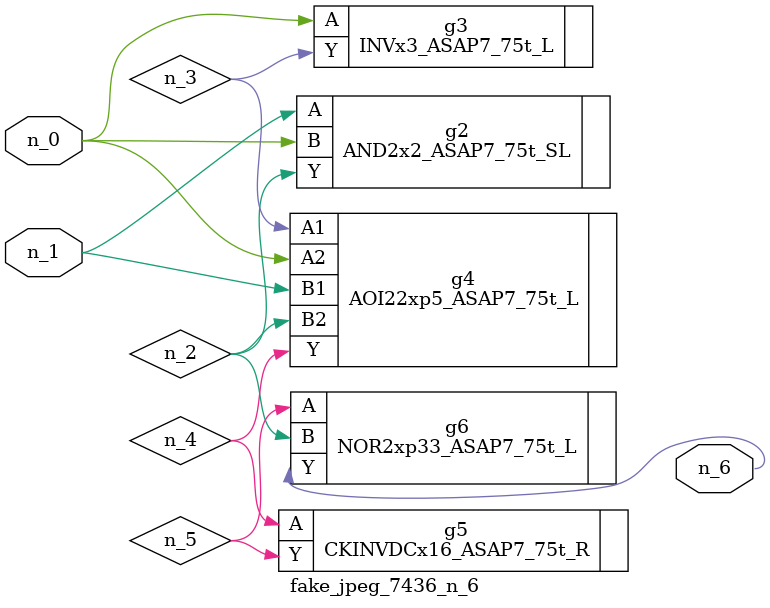
<source format=v>
module fake_jpeg_7436_n_6 (n_0, n_1, n_6);

input n_0;
input n_1;

output n_6;

wire n_2;
wire n_3;
wire n_4;
wire n_5;

AND2x2_ASAP7_75t_SL g2 ( 
.A(n_1),
.B(n_0),
.Y(n_2)
);

INVx3_ASAP7_75t_L g3 ( 
.A(n_0),
.Y(n_3)
);

AOI22xp5_ASAP7_75t_L g4 ( 
.A1(n_3),
.A2(n_0),
.B1(n_1),
.B2(n_2),
.Y(n_4)
);

CKINVDCx16_ASAP7_75t_R g5 ( 
.A(n_4),
.Y(n_5)
);

NOR2xp33_ASAP7_75t_L g6 ( 
.A(n_5),
.B(n_2),
.Y(n_6)
);


endmodule
</source>
